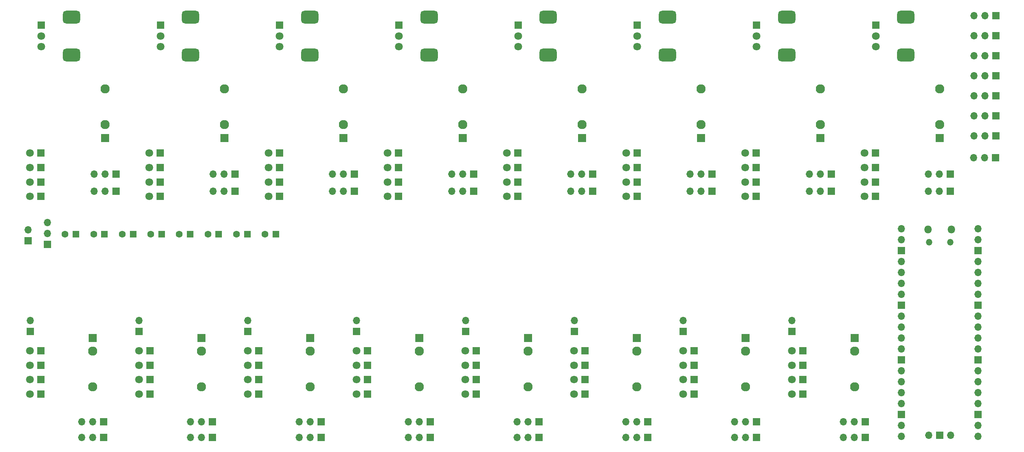
<source format=gbr>
%TF.GenerationSoftware,KiCad,Pcbnew,8.0.8-8.0.8-0~ubuntu24.04.1*%
%TF.CreationDate,2025-02-26T09:10:28-05:00*%
%TF.ProjectId,Oblique Palette 0.5.1 PCB Main,4f626c69-7175-4652-9050-616c65747465,rev?*%
%TF.SameCoordinates,Original*%
%TF.FileFunction,Soldermask,Top*%
%TF.FilePolarity,Negative*%
%FSLAX46Y46*%
G04 Gerber Fmt 4.6, Leading zero omitted, Abs format (unit mm)*
G04 Created by KiCad (PCBNEW 8.0.8-8.0.8-0~ubuntu24.04.1) date 2025-02-26 09:10:28*
%MOMM*%
%LPD*%
G01*
G04 APERTURE LIST*
G04 Aperture macros list*
%AMRoundRect*
0 Rectangle with rounded corners*
0 $1 Rounding radius*
0 $2 $3 $4 $5 $6 $7 $8 $9 X,Y pos of 4 corners*
0 Add a 4 corners polygon primitive as box body*
4,1,4,$2,$3,$4,$5,$6,$7,$8,$9,$2,$3,0*
0 Add four circle primitives for the rounded corners*
1,1,$1+$1,$2,$3*
1,1,$1+$1,$4,$5*
1,1,$1+$1,$6,$7*
1,1,$1+$1,$8,$9*
0 Add four rect primitives between the rounded corners*
20,1,$1+$1,$2,$3,$4,$5,0*
20,1,$1+$1,$4,$5,$6,$7,0*
20,1,$1+$1,$6,$7,$8,$9,0*
20,1,$1+$1,$8,$9,$2,$3,0*%
G04 Aperture macros list end*
%ADD10R,1.700000X1.700000*%
%ADD11O,1.700000X1.700000*%
%ADD12R,1.800000X1.800000*%
%ADD13C,1.800000*%
%ADD14RoundRect,0.750000X-1.250000X-0.750000X1.250000X-0.750000X1.250000X0.750000X-1.250000X0.750000X0*%
%ADD15R,1.930000X1.830000*%
%ADD16C,2.130000*%
%ADD17R,1.600000X1.600000*%
%ADD18C,1.600000*%
%ADD19O,1.800000X1.800000*%
%ADD20O,1.500000X1.500000*%
G04 APERTURE END LIST*
D10*
%TO.C,J69*%
X214275000Y-116480000D03*
D11*
X211735000Y-116480000D03*
X209195000Y-116480000D03*
%TD*%
D10*
%TO.C,J14*%
X244580000Y-50010000D03*
D11*
X242040000Y-50010000D03*
X239500000Y-50010000D03*
%TD*%
D12*
%TO.C,D65*%
X124000000Y-110050000D03*
D13*
X121460000Y-110050000D03*
%TD*%
D10*
%TO.C,J31*%
X178685000Y-62910000D03*
D11*
X176145000Y-62910000D03*
X173605000Y-62910000D03*
%TD*%
D10*
%TO.C,J56*%
X138525000Y-120180000D03*
D11*
X135985000Y-120180000D03*
X133445000Y-120180000D03*
%TD*%
D12*
%TO.C,RV2*%
X50717000Y-24320000D03*
D13*
X50717000Y-26820000D03*
X50717000Y-29320000D03*
D14*
X57717000Y-22420000D03*
X57717000Y-31220000D03*
%TD*%
D12*
%TO.C,D75*%
X174500000Y-103350000D03*
D13*
X171960000Y-103350000D03*
%TD*%
D10*
%TO.C,J28*%
X151028000Y-62910000D03*
D11*
X148488000Y-62910000D03*
X145948000Y-62910000D03*
%TD*%
D12*
%TO.C,D2*%
X23000000Y-60760000D03*
D13*
X20460000Y-60760000D03*
%TD*%
D12*
%TO.C,RV3*%
X78374000Y-24320000D03*
D13*
X78374000Y-26820000D03*
X78374000Y-29320000D03*
D14*
X85374000Y-22420000D03*
X85374000Y-31220000D03*
%TD*%
D15*
%TO.C,J42*%
X35000000Y-97000000D03*
D16*
X35000000Y-108400000D03*
X35000000Y-100100000D03*
%TD*%
D12*
%TO.C,D67*%
X124000000Y-103350000D03*
D13*
X121460000Y-103350000D03*
%TD*%
D12*
%TO.C,D58*%
X73500000Y-106700000D03*
D13*
X70960000Y-106700000D03*
%TD*%
D12*
%TO.C,D32*%
X161285000Y-60760000D03*
D13*
X158745000Y-60760000D03*
%TD*%
D12*
%TO.C,D7*%
X50657000Y-64110000D03*
D13*
X48117000Y-64110000D03*
%TD*%
D12*
%TO.C,D18*%
X78314000Y-54060000D03*
D13*
X75774000Y-54060000D03*
%TD*%
D10*
%TO.C,J21*%
X95714000Y-58930000D03*
D11*
X93174000Y-58930000D03*
X90634000Y-58930000D03*
%TD*%
D12*
%TO.C,D78*%
X199750000Y-106700000D03*
D13*
X197210000Y-106700000D03*
%TD*%
D12*
%TO.C,D56*%
X48250000Y-100000000D03*
D13*
X45710000Y-100000000D03*
%TD*%
D10*
%TO.C,J18*%
X68057000Y-58930000D03*
D11*
X65517000Y-58930000D03*
X62977000Y-58930000D03*
%TD*%
D12*
%TO.C,D77*%
X199750000Y-110050000D03*
D13*
X197210000Y-110050000D03*
%TD*%
D12*
%TO.C,RV8*%
X216659000Y-24320000D03*
D13*
X216659000Y-26820000D03*
X216659000Y-29320000D03*
D14*
X223659000Y-22420000D03*
X223659000Y-31220000D03*
%TD*%
D12*
%TO.C,D24*%
X105971000Y-54060000D03*
D13*
X103431000Y-54060000D03*
%TD*%
D15*
%TO.C,J46*%
X60250000Y-97000000D03*
D16*
X60250000Y-108400000D03*
X60250000Y-100100000D03*
%TD*%
D10*
%TO.C,J44*%
X62775000Y-120180000D03*
D11*
X60235000Y-120180000D03*
X57695000Y-120180000D03*
%TD*%
D12*
%TO.C,D48*%
X216599000Y-54060000D03*
D13*
X214059000Y-54060000D03*
%TD*%
D12*
%TO.C,D36*%
X161285000Y-54060000D03*
D13*
X158745000Y-54060000D03*
%TD*%
D10*
%TO.C,J7*%
X244580000Y-36060000D03*
D11*
X242040000Y-36060000D03*
X239500000Y-36060000D03*
%TD*%
D12*
%TO.C,RV4*%
X106031000Y-24320000D03*
D13*
X106031000Y-26820000D03*
X106031000Y-29320000D03*
D14*
X113031000Y-22420000D03*
X113031000Y-31220000D03*
%TD*%
D12*
%TO.C,D38*%
X188942000Y-60760000D03*
D13*
X186402000Y-60760000D03*
%TD*%
D10*
%TO.C,J65*%
X189025000Y-116480000D03*
D11*
X186485000Y-116480000D03*
X183945000Y-116480000D03*
%TD*%
D12*
%TO.C,D76*%
X174500000Y-100000000D03*
D13*
X171960000Y-100000000D03*
%TD*%
D12*
%TO.C,D66*%
X124000000Y-106700000D03*
D13*
X121460000Y-106700000D03*
%TD*%
D10*
%TO.C,J16*%
X40400000Y-62910000D03*
D11*
X37860000Y-62910000D03*
X35320000Y-62910000D03*
%TD*%
D12*
%TO.C,D64*%
X98750000Y-100000000D03*
D13*
X96210000Y-100000000D03*
%TD*%
D12*
%TO.C,RV5*%
X133688000Y-24320000D03*
D13*
X133688000Y-26820000D03*
X133688000Y-29320000D03*
D14*
X140688000Y-22420000D03*
X140688000Y-31220000D03*
%TD*%
D10*
%TO.C,J34*%
X206342000Y-62910000D03*
D11*
X203802000Y-62910000D03*
X201262000Y-62910000D03*
%TD*%
D12*
%TO.C,D8*%
X50657000Y-60760000D03*
D13*
X48117000Y-60760000D03*
%TD*%
D10*
%TO.C,J19*%
X68057000Y-62910000D03*
D11*
X65517000Y-62910000D03*
X62977000Y-62910000D03*
%TD*%
D10*
%TO.C,J4*%
X244580000Y-26760000D03*
D11*
X242040000Y-26760000D03*
X239500000Y-26760000D03*
%TD*%
D12*
%TO.C,D71*%
X149250000Y-103350000D03*
D13*
X146710000Y-103350000D03*
%TD*%
D12*
%TO.C,D61*%
X98750000Y-110050000D03*
D13*
X96210000Y-110050000D03*
%TD*%
D15*
%TO.C,J17*%
X37875000Y-50510000D03*
D16*
X37875000Y-39110000D03*
X37875000Y-47410000D03*
%TD*%
D10*
%TO.C,J24*%
X123371000Y-58930000D03*
D11*
X120831000Y-58930000D03*
X118291000Y-58930000D03*
%TD*%
D12*
%TO.C,D74*%
X174500000Y-106700000D03*
D13*
X171960000Y-106700000D03*
%TD*%
D12*
%TO.C,D68*%
X124000000Y-100000000D03*
D13*
X121460000Y-100000000D03*
%TD*%
D15*
%TO.C,J20*%
X65532000Y-50510000D03*
D16*
X65532000Y-39110000D03*
X65532000Y-47410000D03*
%TD*%
D10*
%TO.C,J40*%
X37525000Y-120180000D03*
D11*
X34985000Y-120180000D03*
X32445000Y-120180000D03*
%TD*%
D10*
%TO.C,J27*%
X151028000Y-58930000D03*
D11*
X148488000Y-58930000D03*
X145948000Y-58930000D03*
%TD*%
D12*
%TO.C,D80*%
X199750000Y-100000000D03*
D13*
X197210000Y-100000000D03*
%TD*%
D10*
%TO.C,J41*%
X37525000Y-116480000D03*
D11*
X34985000Y-116480000D03*
X32445000Y-116480000D03*
%TD*%
D12*
%TO.C,D3*%
X23000000Y-57410000D03*
D13*
X20460000Y-57410000D03*
%TD*%
D12*
%TO.C,D62*%
X98750000Y-106700000D03*
D13*
X96210000Y-106700000D03*
%TD*%
D10*
%TO.C,J13*%
X244580000Y-45360000D03*
D11*
X242040000Y-45360000D03*
X239500000Y-45360000D03*
%TD*%
D12*
%TO.C,D50*%
X23000000Y-106700000D03*
D13*
X20460000Y-106700000D03*
%TD*%
D12*
%TO.C,D69*%
X149250000Y-110050000D03*
D13*
X146710000Y-110050000D03*
%TD*%
D10*
%TO.C,J37*%
X233999000Y-62910000D03*
D11*
X231459000Y-62910000D03*
X228919000Y-62910000D03*
%TD*%
D15*
%TO.C,J32*%
X176160000Y-50510000D03*
D16*
X176160000Y-39110000D03*
X176160000Y-47410000D03*
%TD*%
D10*
%TO.C,J15*%
X40400000Y-58930000D03*
D11*
X37860000Y-58930000D03*
X35320000Y-58930000D03*
%TD*%
D10*
%TO.C,J25*%
X123371000Y-62910000D03*
D11*
X120831000Y-62910000D03*
X118291000Y-62910000D03*
%TD*%
D12*
%TO.C,D15*%
X78314000Y-57410000D03*
D13*
X75774000Y-57410000D03*
%TD*%
D10*
%TO.C,J45*%
X62775000Y-116480000D03*
D11*
X60235000Y-116480000D03*
X57695000Y-116480000D03*
%TD*%
D12*
%TO.C,D53*%
X48250000Y-110050000D03*
D13*
X45710000Y-110050000D03*
%TD*%
D15*
%TO.C,J66*%
X186500000Y-97000000D03*
D16*
X186500000Y-108400000D03*
X186500000Y-100100000D03*
%TD*%
D12*
%TO.C,D14*%
X78314000Y-60760000D03*
D13*
X75774000Y-60760000D03*
%TD*%
D12*
%TO.C,RV6*%
X161345000Y-24320000D03*
D13*
X161345000Y-26820000D03*
X161345000Y-29320000D03*
D14*
X168345000Y-22420000D03*
X168345000Y-31220000D03*
%TD*%
D12*
%TO.C,D1*%
X23000000Y-64110000D03*
D13*
X20460000Y-64110000D03*
%TD*%
D12*
%TO.C,D59*%
X73500000Y-103350000D03*
D13*
X70960000Y-103350000D03*
%TD*%
D15*
%TO.C,J62*%
X161250000Y-97000000D03*
D16*
X161250000Y-108400000D03*
X161250000Y-100100000D03*
%TD*%
D12*
%TO.C,D60*%
X73500000Y-100000000D03*
D13*
X70960000Y-100000000D03*
%TD*%
D12*
%TO.C,D30*%
X133628000Y-54060000D03*
D13*
X131088000Y-54060000D03*
%TD*%
D10*
%TO.C,J57*%
X138525000Y-116480000D03*
D11*
X135985000Y-116480000D03*
X133445000Y-116480000D03*
%TD*%
D12*
%TO.C,D63*%
X98750000Y-103350000D03*
D13*
X96210000Y-103350000D03*
%TD*%
D10*
%TO.C,J64*%
X189025000Y-120180000D03*
D11*
X186485000Y-120180000D03*
X183945000Y-120180000D03*
%TD*%
D12*
%TO.C,D42*%
X188942000Y-54060000D03*
D13*
X186402000Y-54060000D03*
%TD*%
D10*
%TO.C,J61*%
X163775000Y-116480000D03*
D11*
X161235000Y-116480000D03*
X158695000Y-116480000D03*
%TD*%
D12*
%TO.C,D13*%
X78314000Y-64110000D03*
D13*
X75774000Y-64110000D03*
%TD*%
D10*
%TO.C,J30*%
X178685000Y-58930000D03*
D11*
X176145000Y-58930000D03*
X173605000Y-58930000D03*
%TD*%
D10*
%TO.C,J49*%
X88025000Y-116480000D03*
D11*
X85485000Y-116480000D03*
X82945000Y-116480000D03*
%TD*%
D15*
%TO.C,J35*%
X203817000Y-50510000D03*
D16*
X203817000Y-39110000D03*
X203817000Y-47410000D03*
%TD*%
D10*
%TO.C,J9*%
X244450000Y-55130000D03*
D11*
X241910000Y-55130000D03*
X239370000Y-55130000D03*
%TD*%
D15*
%TO.C,J23*%
X93189000Y-50510000D03*
D16*
X93189000Y-39110000D03*
X93189000Y-47410000D03*
%TD*%
D12*
%TO.C,D19*%
X105971000Y-64110000D03*
D13*
X103431000Y-64110000D03*
%TD*%
D10*
%TO.C,J68*%
X214275000Y-120180000D03*
D11*
X211735000Y-120180000D03*
X209195000Y-120180000D03*
%TD*%
D15*
%TO.C,J29*%
X148503000Y-50510000D03*
D16*
X148503000Y-39110000D03*
X148503000Y-47410000D03*
%TD*%
D12*
%TO.C,D26*%
X133628000Y-60760000D03*
D13*
X131088000Y-60760000D03*
%TD*%
D15*
%TO.C,J58*%
X136000000Y-97000000D03*
D16*
X136000000Y-108400000D03*
X136000000Y-100100000D03*
%TD*%
D12*
%TO.C,D20*%
X105971000Y-60760000D03*
D13*
X103431000Y-60760000D03*
%TD*%
D12*
%TO.C,RV1*%
X23060000Y-24320000D03*
D13*
X23060000Y-26820000D03*
X23060000Y-29320000D03*
D14*
X30060000Y-22420000D03*
X30060000Y-31220000D03*
%TD*%
D15*
%TO.C,J70*%
X211750000Y-97000000D03*
D16*
X211750000Y-108400000D03*
X211750000Y-100100000D03*
%TD*%
D12*
%TO.C,D21*%
X105971000Y-57410000D03*
D13*
X103431000Y-57410000D03*
%TD*%
D12*
%TO.C,D73*%
X174500000Y-110050000D03*
D13*
X171960000Y-110050000D03*
%TD*%
D12*
%TO.C,D45*%
X216599000Y-57410000D03*
D13*
X214059000Y-57410000D03*
%TD*%
D10*
%TO.C,J33*%
X206342000Y-58930000D03*
D11*
X203802000Y-58930000D03*
X201262000Y-58930000D03*
%TD*%
D10*
%TO.C,J36*%
X233999000Y-58930000D03*
D11*
X231459000Y-58930000D03*
X228919000Y-58930000D03*
%TD*%
D12*
%TO.C,D72*%
X149250000Y-100000000D03*
D13*
X146710000Y-100000000D03*
%TD*%
D12*
%TO.C,D44*%
X216599000Y-60760000D03*
D13*
X214059000Y-60760000D03*
%TD*%
D12*
%TO.C,D55*%
X48250000Y-103350000D03*
D13*
X45710000Y-103350000D03*
%TD*%
D12*
%TO.C,D31*%
X161285000Y-64110000D03*
D13*
X158745000Y-64110000D03*
%TD*%
D10*
%TO.C,J5*%
X244580000Y-31410000D03*
D11*
X242040000Y-31410000D03*
X239500000Y-31410000D03*
%TD*%
D10*
%TO.C,J22*%
X95714000Y-62910000D03*
D11*
X93174000Y-62910000D03*
X90634000Y-62910000D03*
%TD*%
D12*
%TO.C,D37*%
X188942000Y-64110000D03*
D13*
X186402000Y-64110000D03*
%TD*%
D12*
%TO.C,D39*%
X188942000Y-57410000D03*
D13*
X186402000Y-57410000D03*
%TD*%
D15*
%TO.C,J38*%
X231474000Y-50510000D03*
D16*
X231474000Y-39110000D03*
X231474000Y-47410000D03*
%TD*%
D10*
%TO.C,J11*%
X244580000Y-40710000D03*
D11*
X242040000Y-40710000D03*
X239500000Y-40710000D03*
%TD*%
D12*
%TO.C,D27*%
X133628000Y-57410000D03*
D13*
X131088000Y-57410000D03*
%TD*%
D12*
%TO.C,D70*%
X149250000Y-106700000D03*
D13*
X146710000Y-106700000D03*
%TD*%
D15*
%TO.C,J54*%
X110750000Y-97000000D03*
D16*
X110750000Y-108400000D03*
X110750000Y-100100000D03*
%TD*%
D12*
%TO.C,D54*%
X48250000Y-106700000D03*
D13*
X45710000Y-106700000D03*
%TD*%
D12*
%TO.C,D52*%
X23000000Y-100000000D03*
D13*
X20460000Y-100000000D03*
%TD*%
D12*
%TO.C,D43*%
X216599000Y-64110000D03*
D13*
X214059000Y-64110000D03*
%TD*%
D12*
%TO.C,D6*%
X23000000Y-54060000D03*
D13*
X20460000Y-54060000D03*
%TD*%
D12*
%TO.C,D12*%
X50657000Y-54060000D03*
D13*
X48117000Y-54060000D03*
%TD*%
D12*
%TO.C,D9*%
X50657000Y-57410000D03*
D13*
X48117000Y-57410000D03*
%TD*%
D10*
%TO.C,J48*%
X88025000Y-120180000D03*
D11*
X85485000Y-120180000D03*
X82945000Y-120180000D03*
%TD*%
D10*
%TO.C,J53*%
X113275000Y-116480000D03*
D11*
X110735000Y-116480000D03*
X108195000Y-116480000D03*
%TD*%
D12*
%TO.C,D51*%
X23000000Y-103350000D03*
D13*
X20460000Y-103350000D03*
%TD*%
D12*
%TO.C,D79*%
X199750000Y-103350000D03*
D13*
X197210000Y-103350000D03*
%TD*%
D12*
%TO.C,D49*%
X23000000Y-110050000D03*
D13*
X20460000Y-110050000D03*
%TD*%
D12*
%TO.C,D25*%
X133628000Y-64110000D03*
D13*
X131088000Y-64110000D03*
%TD*%
D12*
%TO.C,RV7*%
X189002000Y-24320000D03*
D13*
X189002000Y-26820000D03*
X189002000Y-29320000D03*
D14*
X196002000Y-22420000D03*
X196002000Y-31220000D03*
%TD*%
D12*
%TO.C,D33*%
X161285000Y-57410000D03*
D13*
X158745000Y-57410000D03*
%TD*%
D10*
%TO.C,J52*%
X113275000Y-120180000D03*
D11*
X110735000Y-120180000D03*
X108195000Y-120180000D03*
%TD*%
D15*
%TO.C,J50*%
X85500000Y-97000000D03*
D16*
X85500000Y-108400000D03*
X85500000Y-100100000D03*
%TD*%
D10*
%TO.C,J2*%
X244580000Y-22110000D03*
D11*
X242040000Y-22110000D03*
X239500000Y-22110000D03*
%TD*%
D12*
%TO.C,D57*%
X73500000Y-110050000D03*
D13*
X70960000Y-110050000D03*
%TD*%
D10*
%TO.C,J60*%
X163775000Y-120180000D03*
D11*
X161235000Y-120180000D03*
X158695000Y-120180000D03*
%TD*%
D17*
%TO.C,C8*%
X31080700Y-72910000D03*
D18*
X28580700Y-72910000D03*
%TD*%
D10*
%TO.C,J51*%
X96250000Y-95535000D03*
D11*
X96250000Y-92995000D03*
%TD*%
D10*
%TO.C,J72*%
X20000000Y-74410000D03*
D11*
X20000000Y-71870000D03*
%TD*%
D10*
%TO.C,J43*%
X45750000Y-95535000D03*
D11*
X45750000Y-92995000D03*
%TD*%
D10*
%TO.C,J55*%
X121500000Y-95535000D03*
D11*
X121500000Y-92995000D03*
%TD*%
%TO.C,U2*%
X228960000Y-119660000D03*
D10*
X231500000Y-119660000D03*
D11*
X234040000Y-119660000D03*
X222610000Y-71630000D03*
X222610000Y-74170000D03*
D10*
X222610000Y-76710000D03*
D11*
X222610000Y-79250000D03*
X222610000Y-81790000D03*
X222610000Y-84330000D03*
X222610000Y-86870000D03*
D10*
X222610000Y-89410000D03*
D11*
X222610000Y-91950000D03*
X222610000Y-94490000D03*
X222610000Y-97030000D03*
X222610000Y-99570000D03*
D10*
X222610000Y-102110000D03*
D11*
X222610000Y-104650000D03*
X222610000Y-107190000D03*
X222610000Y-109730000D03*
X222610000Y-112270000D03*
D10*
X222610000Y-114810000D03*
D11*
X222610000Y-117350000D03*
X222610000Y-119890000D03*
X240390000Y-119890000D03*
X240390000Y-117350000D03*
D10*
X240390000Y-114810000D03*
D11*
X240390000Y-112270000D03*
X240390000Y-109730000D03*
X240390000Y-107190000D03*
X240390000Y-104650000D03*
D10*
X240390000Y-102110000D03*
D11*
X240390000Y-99570000D03*
X240390000Y-97030000D03*
X240390000Y-94490000D03*
X240390000Y-91950000D03*
D10*
X240390000Y-89410000D03*
D11*
X240390000Y-86870000D03*
X240390000Y-84330000D03*
X240390000Y-81790000D03*
X240390000Y-79250000D03*
D10*
X240390000Y-76710000D03*
D11*
X240390000Y-74170000D03*
X240390000Y-71630000D03*
D19*
X228775000Y-71760000D03*
D20*
X229075000Y-74790000D03*
X233925000Y-74790000D03*
D19*
X234225000Y-71760000D03*
%TD*%
D17*
%TO.C,C3*%
X70860200Y-72910000D03*
D18*
X68360200Y-72910000D03*
%TD*%
D10*
%TO.C,J59*%
X146750000Y-95535000D03*
D11*
X146750000Y-92995000D03*
%TD*%
D10*
%TO.C,J63*%
X172000000Y-95535000D03*
D11*
X172000000Y-92995000D03*
%TD*%
D17*
%TO.C,C4*%
X44360200Y-72910000D03*
D18*
X41860200Y-72910000D03*
%TD*%
D17*
%TO.C,C5*%
X64220500Y-72910000D03*
D18*
X61720500Y-72910000D03*
%TD*%
D17*
%TO.C,C7*%
X57580700Y-72910000D03*
D18*
X55080700Y-72910000D03*
%TD*%
D17*
%TO.C,C6*%
X37720500Y-72910000D03*
D18*
X35220500Y-72910000D03*
%TD*%
D17*
%TO.C,C1*%
X77500000Y-72910000D03*
D18*
X75000000Y-72910000D03*
%TD*%
D10*
%TO.C,J67*%
X197250000Y-95535000D03*
D11*
X197250000Y-92995000D03*
%TD*%
D15*
%TO.C,J26*%
X120846000Y-50510000D03*
D16*
X120846000Y-39110000D03*
X120846000Y-47410000D03*
%TD*%
D17*
%TO.C,C2*%
X51000000Y-72910000D03*
D18*
X48500000Y-72910000D03*
%TD*%
D10*
%TO.C,J39*%
X20500000Y-95535000D03*
D11*
X20500000Y-92995000D03*
%TD*%
D10*
%TO.C,J71*%
X24500000Y-75300000D03*
D11*
X24500000Y-72760000D03*
X24500000Y-70220000D03*
%TD*%
D10*
%TO.C,J47*%
X71000000Y-95535000D03*
D11*
X71000000Y-92995000D03*
%TD*%
M02*

</source>
